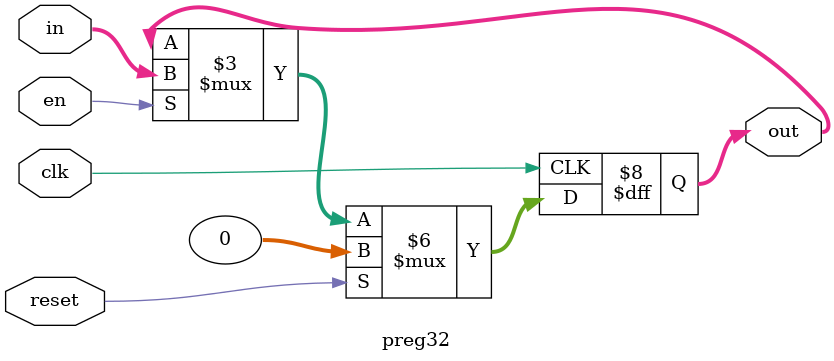
<source format=v>
module preg1(
input clk,
input en,
input reset,
input in,
output reg out=0
);
    always @(posedge clk) begin
	     if(reset) out<=0;
		  else if(en) out<=in;
	 end
endmodule

module preg5(
input clk,
input en,
input reset,   //相当于nop气泡
input [4:0]in,
output reg [4:0]out=0
);
    always @(posedge clk) begin
	     if(reset) out<=0;
		  else if(en) out<=in;
	 end
endmodule

module preg32(
input clk,
input en,
input reset,
input [31:0]in,
output reg [31:0]out=0
);
    always @(posedge clk) begin
	     if(reset) out<=0;
		  else if(en) out<=in;
	 end
endmodule


</source>
